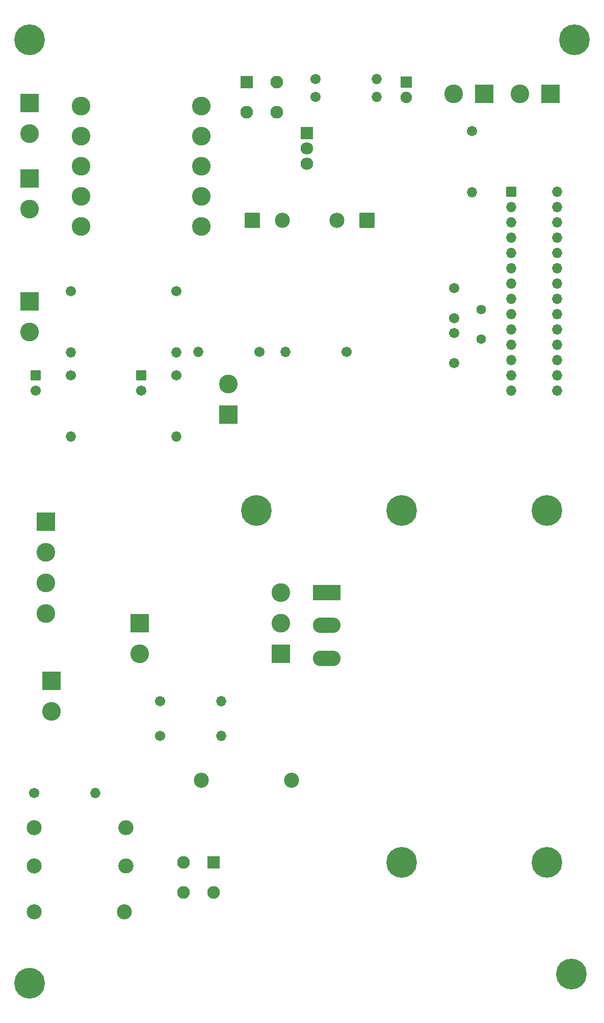
<source format=gbs>
G04 #@! TF.GenerationSoftware,KiCad,Pcbnew,(7.0.0)*
G04 #@! TF.CreationDate,2024-09-01T14:49:18+02:00*
G04 #@! TF.ProjectId,Routeur solaire  standard edition,526f7574-6575-4722-9073-6f6c61697265,rev?*
G04 #@! TF.SameCoordinates,Original*
G04 #@! TF.FileFunction,Soldermask,Bot*
G04 #@! TF.FilePolarity,Negative*
%FSLAX46Y46*%
G04 Gerber Fmt 4.6, Leading zero omitted, Abs format (unit mm)*
G04 Created by KiCad (PCBNEW (7.0.0)) date 2024-09-01 14:49:18*
%MOMM*%
%LPD*%
G01*
G04 APERTURE LIST*
G04 Aperture macros list*
%AMRoundRect*
0 Rectangle with rounded corners*
0 $1 Rounding radius*
0 $2 $3 $4 $5 $6 $7 $8 $9 X,Y pos of 4 corners*
0 Add a 4 corners polygon primitive as box body*
4,1,4,$2,$3,$4,$5,$6,$7,$8,$9,$2,$3,0*
0 Add four circle primitives for the rounded corners*
1,1,$1+$1,$2,$3*
1,1,$1+$1,$4,$5*
1,1,$1+$1,$6,$7*
1,1,$1+$1,$8,$9*
0 Add four rect primitives between the rounded corners*
20,1,$1+$1,$2,$3,$4,$5,0*
20,1,$1+$1,$4,$5,$6,$7,0*
20,1,$1+$1,$6,$7,$8,$9,0*
20,1,$1+$1,$8,$9,$2,$3,0*%
G04 Aperture macros list end*
%ADD10C,5.102000*%
%ADD11RoundRect,0.051000X-1.500000X1.500000X-1.500000X-1.500000X1.500000X-1.500000X1.500000X1.500000X0*%
%ADD12C,3.102000*%
%ADD13RoundRect,0.051000X-0.800000X-0.800000X0.800000X-0.800000X0.800000X0.800000X-0.800000X0.800000X0*%
%ADD14O,1.702000X1.702000*%
%ADD15RoundRect,0.051000X1.500000X1.500000X-1.500000X1.500000X-1.500000X-1.500000X1.500000X-1.500000X0*%
%ADD16C,1.702000*%
%ADD17C,1.602000*%
%ADD18RoundRect,0.051000X1.500000X-1.500000X1.500000X1.500000X-1.500000X1.500000X-1.500000X-1.500000X0*%
%ADD19RoundRect,0.051000X-0.900000X0.900000X-0.900000X-0.900000X0.900000X-0.900000X0.900000X0.900000X0*%
%ADD20C,1.902000*%
%ADD21RoundRect,0.051000X1.200000X1.200000X-1.200000X1.200000X-1.200000X-1.200000X1.200000X-1.200000X0*%
%ADD22C,2.502000*%
%ADD23RoundRect,0.051000X-1.200000X-1.200000X1.200000X-1.200000X1.200000X1.200000X-1.200000X1.200000X0*%
%ADD24RoundRect,0.051000X-1.000000X-1.000000X1.000000X-1.000000X1.000000X1.000000X-1.000000X1.000000X0*%
%ADD25O,2.102000X2.102000*%
%ADD26RoundRect,0.051000X-1.000000X0.952500X-1.000000X-0.952500X1.000000X-0.952500X1.000000X0.952500X0*%
%ADD27O,2.102000X2.007000*%
%ADD28RoundRect,0.051000X-0.800000X0.800000X-0.800000X-0.800000X0.800000X-0.800000X0.800000X0.800000X0*%
%ADD29O,2.502000X2.502000*%
%ADD30RoundRect,0.051000X-2.250000X1.250000X-2.250000X-1.250000X2.250000X-1.250000X2.250000X1.250000X0*%
%ADD31O,4.602000X2.602000*%
%ADD32RoundRect,0.051000X-1.000000X1.000000X-1.000000X-1.000000X1.000000X-1.000000X1.000000X1.000000X0*%
G04 APERTURE END LIST*
D10*
X62865000Y-100330000D03*
X62865000Y-100330000D03*
X111125000Y-158750000D03*
X111125000Y-158750000D03*
X111125000Y-100330000D03*
X111125000Y-100330000D03*
X86995000Y-158750000D03*
X86995000Y-158750000D03*
X86995000Y-100330000D03*
X86995000Y-100330000D03*
D11*
X27940000Y-102235000D03*
D12*
X27940000Y-107315000D03*
X27940000Y-112395000D03*
X27940000Y-117475000D03*
D13*
X105217206Y-47388164D03*
D14*
X105217205Y-49928163D03*
X105217205Y-52468163D03*
X105217205Y-55008163D03*
X105217205Y-57548163D03*
X105217205Y-60088163D03*
X105217205Y-62628163D03*
X105217205Y-65168163D03*
X105217205Y-67708163D03*
X105217205Y-70248163D03*
X105217205Y-72788163D03*
X105217205Y-75328163D03*
X105217205Y-77868163D03*
X105217205Y-80408163D03*
X112837205Y-80408163D03*
X112837205Y-77868163D03*
X112837205Y-75328163D03*
X112837205Y-72788163D03*
X112837205Y-70248163D03*
X112837205Y-67708163D03*
X112837205Y-65168163D03*
X112837205Y-62628163D03*
X112837205Y-60088163D03*
X112837205Y-57548163D03*
X112837205Y-55008163D03*
X112837205Y-52468163D03*
X112837205Y-49928163D03*
X112837205Y-47388163D03*
D15*
X100755000Y-31210000D03*
D12*
X95675000Y-31210000D03*
D16*
X98717206Y-37388164D03*
D14*
X98717205Y-47548163D03*
D15*
X111755000Y-31210000D03*
D12*
X106675000Y-31210000D03*
D17*
X100217206Y-71888164D03*
X100217206Y-66988164D03*
D16*
X95717206Y-70888164D03*
X95717206Y-75888164D03*
X95717206Y-63388164D03*
X95717206Y-68388164D03*
X72755000Y-31710000D03*
D14*
X82914999Y-31709999D03*
D11*
X25255000Y-32710000D03*
D12*
X25255000Y-37790000D03*
X33755000Y-53210000D03*
X33755000Y-48210000D03*
X33755000Y-43210000D03*
X33755000Y-38210000D03*
X33755000Y-33210000D03*
X53755000Y-33210000D03*
X53755000Y-38210000D03*
X53755000Y-43210000D03*
X53755000Y-48210000D03*
X53755000Y-53210000D03*
D16*
X72755000Y-28710000D03*
D14*
X82914999Y-28709999D03*
D18*
X58255000Y-84455000D03*
D12*
X58255000Y-79375000D03*
D19*
X87755000Y-29210000D03*
D20*
X87755000Y-31750000D03*
D21*
X81255000Y-52210000D03*
D22*
X76255000Y-52210000D03*
D23*
X62255000Y-52210000D03*
D22*
X67255000Y-52210000D03*
D24*
X61255000Y-29210000D03*
D25*
X61254999Y-34209999D03*
X66254999Y-34209999D03*
X66254999Y-29209999D03*
D26*
X71255000Y-37710000D03*
D27*
X71254999Y-40249999D03*
X71254999Y-42789999D03*
D16*
X49571858Y-63943213D03*
D14*
X49571857Y-74103212D03*
D16*
X49571858Y-77943213D03*
D14*
X49571857Y-88103212D03*
D28*
X43735373Y-77943213D03*
D16*
X43735373Y-80443213D03*
X77890573Y-74038952D03*
D14*
X67730572Y-74038951D03*
D16*
X32071858Y-63943213D03*
D14*
X32071857Y-74103212D03*
D16*
X32071858Y-77943213D03*
D14*
X32071857Y-88103212D03*
D11*
X25235373Y-65672065D03*
D12*
X25235373Y-70752065D03*
D28*
X26235373Y-77943213D03*
D16*
X26235373Y-80443213D03*
D11*
X25255000Y-45210000D03*
D12*
X25255000Y-50290000D03*
D10*
X115755000Y-22210000D03*
X25255000Y-22210000D03*
X25255000Y-178840000D03*
X115255000Y-177340000D03*
D22*
X25977500Y-159332500D03*
D29*
X41217499Y-159332499D03*
D11*
X28892500Y-128587500D03*
D12*
X28892500Y-133667500D03*
D22*
X25977500Y-152982500D03*
D29*
X41217499Y-152982499D03*
D11*
X43497500Y-119062500D03*
D12*
X43497500Y-124142500D03*
D16*
X63390573Y-74038952D03*
D14*
X53230572Y-74038951D03*
D30*
X74612500Y-113982500D03*
D31*
X74612499Y-119432499D03*
X74612499Y-124882499D03*
D32*
X55822500Y-158777500D03*
D25*
X50822499Y-158777499D03*
X50822499Y-163777499D03*
X55822499Y-163777499D03*
D16*
X46932500Y-137742500D03*
D14*
X57092499Y-137742499D03*
D22*
X53777500Y-145097500D03*
X68777500Y-145097500D03*
X25977500Y-166952500D03*
X40977500Y-166952500D03*
D16*
X46932500Y-132027500D03*
D14*
X57092499Y-132027499D03*
D16*
X25977500Y-147267500D03*
D14*
X36137499Y-147267499D03*
D18*
X66992500Y-124142500D03*
D12*
X66992500Y-119062500D03*
X66992500Y-113982500D03*
M02*

</source>
